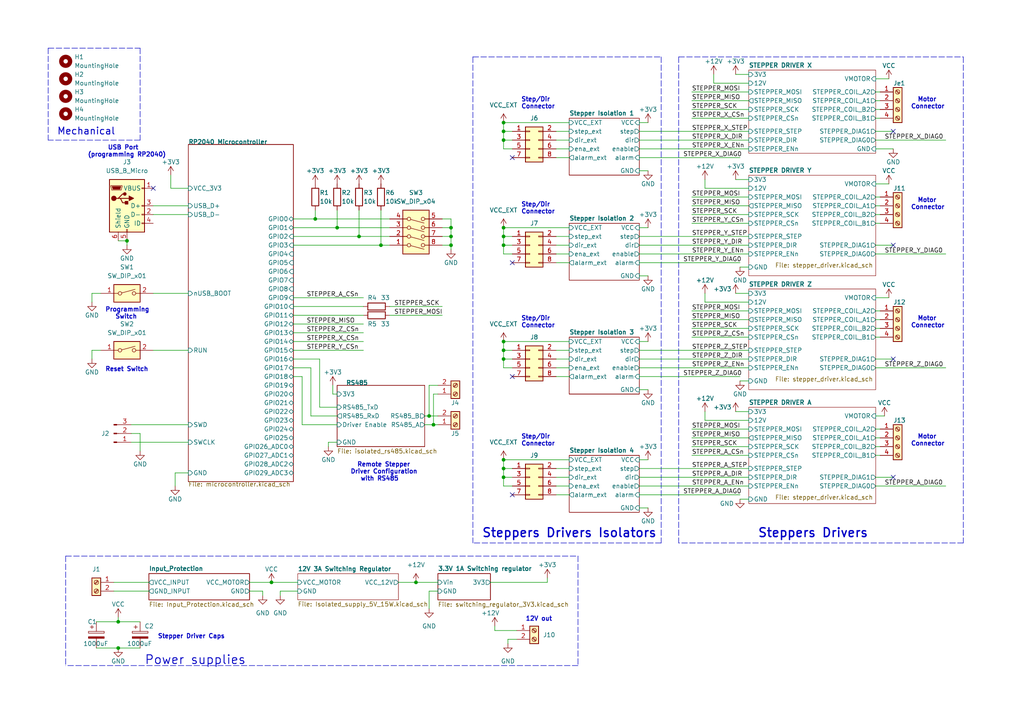
<source format=kicad_sch>
(kicad_sch (version 20211123) (generator eeschema)
  (paper "A4")
  (lib_symbols
    (symbol "Connector:Conn_01x03_Male" (pin_names (offset 1.016) hide)
      (property "Reference" "J" (at 0 5.08 0))
      (property "Value" "Conn_01x03_Male" (at 0 -5.08 0))
      (symbol "Conn_01x03_Male_1_1"
        (pin passive line (at 5.08 2.54 180) (length 3.81) (name "Pin_1") (number "1"))
        (pin passive line (at 5.08 0 180) (length 3.81) (name "Pin_2") (number "2"))
        (pin passive line (at 5.08 -2.54 180) (length 3.81) (name "Pin_3") (number "3"))
      )
    )
    (symbol "Connector:Screw_Terminal_01x02" (pin_names (offset 1.016) hide)
      (property "Reference" "J" (at 0 2.54 0))
      (property "Value" "Screw_Terminal_01x02" (at 0 -5.08 0))
      (symbol "Screw_Terminal_01x02_1_1"
        (pin passive line (at -5.08 0 0) (length 3.81) (name "Pin_1") (number "1"))
        (pin passive line (at -5.08 -2.54 0) (length 3.81) (name "Pin_2") (number "2"))
      )
    )
    (symbol "Connector:Screw_Terminal_01x04" (pin_names (offset 1.016) hide)
      (property "Reference" "J" (at 0 5.08 0))
      (property "Value" "Screw_Terminal_01x04" (at 0 -7.62 0))
      (symbol "Screw_Terminal_01x04_1_1"
        (pin passive line (at -5.08 2.54 0) (length 3.81) (name "Pin_1") (number "1"))
        (pin passive line (at -5.08 0 0) (length 3.81) (name "Pin_2") (number "2"))
        (pin passive line (at -5.08 -2.54 0) (length 3.81) (name "Pin_3") (number "3"))
        (pin passive line (at -5.08 -5.08 0) (length 3.81) (name "Pin_4") (number "4"))
      )
    )
    (symbol "Connector:USB_B_Micro" (pin_names (offset 1.016))
      (property "Reference" "J" (at -5.08 11.43 0))
      (property "Value" "USB_B_Micro" (at -5.08 8.89 0))
      (symbol "USB_B_Micro_1_1"
        (pin power_out line (at 7.62 5.08 180) (length 2.54) (name "VBUS") (number "1"))
        (pin bidirectional line (at 7.62 -2.54 180) (length 2.54) (name "D-") (number "2"))
        (pin bidirectional line (at 7.62 0 180) (length 2.54) (name "D+") (number "3"))
        (pin passive line (at 7.62 -5.08 180) (length 2.54) (name "ID") (number "4"))
        (pin power_out line (at 0 -10.16 90) (length 2.54) (name "GND") (number "5"))
        (pin passive line (at -2.54 -10.16 90) (length 2.54) (name "Shield") (number "6"))
      )
    )
    (symbol "Connector_Generic:Conn_02x04_Odd_Even" (pin_names (offset 1.016) hide)
      (property "Reference" "J" (at 1.27 5.08 0))
      (property "Value" "Conn_02x04_Odd_Even" (at 1.27 -7.62 0))
      (symbol "Conn_02x04_Odd_Even_1_1"
        (pin passive line (at -5.08 2.54 0) (length 3.81) (name "Pin_1") (number "1"))
        (pin passive line (at 7.62 2.54 180) (length 3.81) (name "Pin_2") (number "2"))
        (pin passive line (at -5.08 0 0) (length 3.81) (name "Pin_3") (number "3"))
        (pin passive line (at 7.62 0 180) (length 3.81) (name "Pin_4") (number "4"))
        (pin passive line (at -5.08 -2.54 0) (length 3.81) (name "Pin_5") (number "5"))
        (pin passive line (at 7.62 -2.54 180) (length 3.81) (name "Pin_6") (number "6"))
        (pin passive line (at -5.08 -5.08 0) (length 3.81) (name "Pin_7") (number "7"))
        (pin passive line (at 7.62 -5.08 180) (length 3.81) (name "Pin_8") (number "8"))
      )
    )
    (symbol "Device:C_Polarized" (pin_numbers hide) (pin_names (offset 0.254))
      (property "Reference" "C" (at 0.635 2.54 0))
      (property "Value" "C_Polarized" (at 0.635 -2.54 0))
      (symbol "C_Polarized_1_1"
        (pin passive line (at 0 3.81 270) (length 2.794) (name "~") (number "1"))
        (pin passive line (at 0 -3.81 90) (length 2.794) (name "~") (number "2"))
      )
    )
    (symbol "Device:R" (pin_numbers hide) (pin_names (offset 0))
      (property "Reference" "R" (at 2.032 0 90))
      (property "Value" "R" (at 0 0 90))
      (symbol "R_1_1"
        (pin passive line (at 0 3.81 270) (length 1.27) (name "~") (number "1"))
        (pin passive line (at 0 -3.81 90) (length 1.27) (name "~") (number "2"))
      )
    )
    (symbol "Mechanical:MountingHole" (pin_names (offset 1.016))
      (property "Reference" "H" (at 0 5.08 0))
      (property "Value" "MountingHole" (at 0 3.175 0))
    )
    (symbol "PersonnalSymbolLibrary:VCC_EXT" (power) (pin_names (offset 0))
      (property "Value" "VCC_EXT" (at 0 3.81 0))
      (symbol "VCC_EXT_1_1"
        (pin power_in line (at 0 0 90) (length 0) hide (name "VCC_EXT") (number "1"))
      )
    )
    (symbol "PersonnalSymbolLibrary:VCC_MOTOR" (power) (pin_names (offset 0))
      (property "Value" "VCC_MOTOR" (at 0 3.81 0))
      (symbol "VCC_MOTOR_1_1"
        (pin power_in line (at 0 0 90) (length 0) hide (name "VCC") (number "1"))
      )
    )
    (symbol "Switch:SW_DIP_x01" (pin_names (offset 0) hide)
      (property "Reference" "SW" (at 0 3.81 0))
      (property "Value" "SW_DIP_x01" (at 0 -3.81 0))
      (symbol "SW_DIP_x01_1_1"
        (pin passive line (at -7.62 0 0) (length 5.08) (name "~") (number "1"))
        (pin passive line (at 7.62 0 180) (length 5.08) (name "~") (number "2"))
      )
    )
    (symbol "Switch:SW_DIP_x04" (pin_names (offset 0) hide)
      (property "Reference" "SW" (at 0 8.89 0))
      (property "Value" "SW_DIP_x04" (at 0 -6.35 0))
      (symbol "SW_DIP_x04_1_1"
        (pin passive line (at -7.62 5.08 0) (length 5.08) (name "~") (number "1"))
        (pin passive line (at -7.62 2.54 0) (length 5.08) (name "~") (number "2"))
        (pin passive line (at -7.62 0 0) (length 5.08) (name "~") (number "3"))
        (pin passive line (at -7.62 -2.54 0) (length 5.08) (name "~") (number "4"))
        (pin passive line (at 7.62 -2.54 180) (length 5.08) (name "~") (number "5"))
        (pin passive line (at 7.62 0 180) (length 5.08) (name "~") (number "6"))
        (pin passive line (at 7.62 2.54 180) (length 5.08) (name "~") (number "7"))
        (pin passive line (at 7.62 5.08 180) (length 5.08) (name "~") (number "8"))
      )
    )
    (symbol "power:+12V" (power) (pin_names (offset 0))
      (property "Value" "+12V" (at 0 3.556 0))
      (symbol "+12V_1_1"
        (pin power_in line (at 0 0 90) (length 0) hide (name "+12V") (number "1"))
      )
    )
    (symbol "power:+3.3V" (power) (pin_names (offset 0))
      (property "Value" "+3.3V" (at 0 3.556 0))
      (symbol "+3.3V_1_1"
        (pin power_in line (at 0 0 90) (length 0) hide (name "+3V3") (number "1"))
      )
    )
    (symbol "power:+3V3" (power) (pin_names (offset 0))
      (property "Value" "+3V3" (at 0 3.556 0))
      (symbol "+3V3_1_1"
        (pin power_in line (at 0 0 90) (length 0) hide (name "+3V3") (number "1"))
      )
    )
    (symbol "power:GND" (power) (pin_names (offset 0))
      (property "Value" "GND" (at 0 -3.81 0))
      (symbol "GND_1_1"
        (pin power_in line (at 0 0 270) (length 0) hide (name "GND") (number "1"))
      )
    )
  )
  (junction (at 91.44 63.5))
  (junction (at 34.29 187.96))
  (junction (at 146.05 104.14))
  (junction (at 110.49 71.12))
  (junction (at 146.05 66.04))
  (junction (at 36.83 69.85))
  (junction (at 146.05 40.64))
  (junction (at 146.05 138.43))
  (junction (at 146.05 133.35))
  (junction (at 124.46 120.65))
  (junction (at 146.05 35.56))
  (junction (at 146.05 135.89))
  (junction (at 146.05 99.06))
  (junction (at 120.65 168.91))
  (junction (at 78.74 168.91))
  (junction (at 146.05 71.12))
  (junction (at 34.29 180.34))
  (junction (at 146.05 68.58))
  (junction (at 125.73 123.19))
  (junction (at 130.81 71.12))
  (junction (at 146.05 38.1))
  (junction (at 130.81 68.58))
  (junction (at 104.14 68.58))
  (junction (at 130.81 66.04))
  (junction (at 146.05 101.6))
  (junction (at 97.79 66.04))
  (no_connect (at 259.08 104.14))
  (no_connect (at 44.45 54.61))
  (no_connect (at 259.08 138.43))
  (no_connect (at 259.08 38.1))
  (no_connect (at 148.59 143.51))
  (no_connect (at 148.59 76.2))
  (no_connect (at 148.59 109.22))
  (no_connect (at 148.59 45.72))
  (no_connect (at 259.08 71.12))
  (wire (pts (xy 185.42 38.1) (xy 217.17 38.1)))
  (wire (pts (xy 97.79 114.3) (xy 96.52 114.3)))
  (wire (pts (xy 204.47 119.38) (xy 204.47 121.92)))
  (wire (pts (xy 254 95.25) (xy 255.27 95.25)))
  (wire (pts (xy 254 31.75) (xy 255.27 31.75)))
  (wire (pts (xy 34.29 187.96) (xy 40.64 187.96)))
  (wire (pts (xy 97.79 60.96) (xy 97.79 66.04)))
  (wire (pts (xy 185.42 138.43) (xy 217.17 138.43)))
  (wire (pts (xy 146.05 73.66) (xy 148.59 73.66)))
  (wire (pts (xy 254 86.36) (xy 257.81 86.36)))
  (wire (pts (xy 142.24 168.91) (xy 158.75 168.91)))
  (wire (pts (xy 127 171.45) (xy 124.46 171.45)))
  (wire (pts (xy 128.27 66.04) (xy 130.81 66.04)))
  (wire (pts (xy 254 92.71) (xy 255.27 92.71)))
  (wire (pts (xy 204.47 121.92) (xy 217.17 121.92)))
  (polyline (pts (xy 40.64 40.64) (xy 13.97 40.64)))
  (wire (pts (xy 254 22.86) (xy 257.81 22.86)))
  (polyline (pts (xy 40.64 13.97) (xy 40.64 40.64)))
  (wire (pts (xy 185.42 35.56) (xy 187.96 35.56)))
  (polyline (pts (xy 137.16 16.51) (xy 137.16 157.48)))
  (wire (pts (xy 146.05 71.12) (xy 146.05 73.66)))
  (wire (pts (xy 185.42 133.35) (xy 187.96 133.35)))
  (polyline (pts (xy 191.77 16.51) (xy 191.77 157.48)))
  (wire (pts (xy 29.21 101.6) (xy 26.67 101.6)))
  (wire (pts (xy 204.47 85.09) (xy 204.47 87.63)))
  (wire (pts (xy 185.42 99.06) (xy 187.96 99.06)))
  (wire (pts (xy 34.29 180.34) (xy 34.29 179.07)))
  (wire (pts (xy 130.81 68.58) (xy 130.81 71.12)))
  (wire (pts (xy 146.05 40.64) (xy 148.59 40.64)))
  (wire (pts (xy 217.17 119.38) (xy 213.36 119.38)))
  (wire (pts (xy 200.66 97.79) (xy 217.17 97.79)))
  (wire (pts (xy 44.45 101.6) (xy 54.61 101.6)))
  (wire (pts (xy 254 71.12) (xy 259.08 71.12)))
  (wire (pts (xy 125.73 123.19) (xy 127 123.19)))
  (wire (pts (xy 91.44 63.5) (xy 113.03 63.5)))
  (polyline (pts (xy 19.05 161.29) (xy 19.05 193.04)))
  (polyline (pts (xy 191.77 157.48) (xy 137.16 157.48)))
  (wire (pts (xy 85.09 86.36) (xy 105.41 86.36)))
  (wire (pts (xy 130.81 71.12) (xy 130.81 72.39)))
  (wire (pts (xy 115.57 168.91) (xy 120.65 168.91)))
  (wire (pts (xy 146.05 38.1) (xy 146.05 40.64)))
  (wire (pts (xy 200.66 34.29) (xy 217.17 34.29)))
  (wire (pts (xy 36.83 69.85) (xy 36.83 71.12)))
  (wire (pts (xy 120.65 168.91) (xy 127 168.91)))
  (wire (pts (xy 200.66 90.17) (xy 217.17 90.17)))
  (wire (pts (xy 254 138.43) (xy 259.08 138.43)))
  (wire (pts (xy 254 104.14) (xy 259.08 104.14)))
  (wire (pts (xy 38.1 128.27) (xy 54.61 128.27)))
  (wire (pts (xy 185.42 113.03) (xy 187.96 113.03)))
  (polyline (pts (xy 167.64 161.29) (xy 167.64 193.04)))
  (polyline (pts (xy 167.64 193.04) (xy 19.05 193.04)))
  (wire (pts (xy 185.42 80.01) (xy 187.96 80.01)))
  (wire (pts (xy 254 129.54) (xy 255.27 129.54)))
  (wire (pts (xy 85.09 88.9) (xy 105.41 88.9)))
  (wire (pts (xy 185.42 66.04) (xy 187.96 66.04)))
  (wire (pts (xy 146.05 138.43) (xy 146.05 140.97)))
  (wire (pts (xy 127 111.76) (xy 124.46 111.76)))
  (wire (pts (xy 87.63 123.19) (xy 97.79 123.19)))
  (wire (pts (xy 161.29 40.64) (xy 165.1 40.64)))
  (wire (pts (xy 254 64.77) (xy 255.27 64.77)))
  (wire (pts (xy 123.19 120.65) (xy 124.46 120.65)))
  (wire (pts (xy 146.05 99.06) (xy 146.05 101.6)))
  (wire (pts (xy 87.63 109.22) (xy 87.63 123.19)))
  (wire (pts (xy 146.05 68.58) (xy 146.05 71.12)))
  (wire (pts (xy 110.49 60.96) (xy 110.49 71.12)))
  (wire (pts (xy 95.25 128.27) (xy 95.25 129.54)))
  (wire (pts (xy 185.42 147.32) (xy 187.96 147.32)))
  (wire (pts (xy 85.09 93.98) (xy 105.41 93.98)))
  (wire (pts (xy 125.73 114.3) (xy 125.73 123.19)))
  (wire (pts (xy 54.61 54.61) (xy 49.53 54.61)))
  (wire (pts (xy 54.61 137.16) (xy 50.8 137.16)))
  (wire (pts (xy 146.05 135.89) (xy 146.05 138.43)))
  (wire (pts (xy 97.79 128.27) (xy 95.25 128.27)))
  (wire (pts (xy 185.42 73.66) (xy 217.17 73.66)))
  (wire (pts (xy 254 90.17) (xy 255.27 90.17)))
  (wire (pts (xy 130.81 63.5) (xy 130.81 66.04)))
  (wire (pts (xy 254 97.79) (xy 255.27 97.79)))
  (wire (pts (xy 85.09 96.52) (xy 105.41 96.52)))
  (wire (pts (xy 146.05 99.06) (xy 165.1 99.06)))
  (wire (pts (xy 128.27 63.5) (xy 130.81 63.5)))
  (wire (pts (xy 254 29.21) (xy 255.27 29.21)))
  (wire (pts (xy 161.29 106.68) (xy 165.1 106.68)))
  (wire (pts (xy 104.14 60.96) (xy 104.14 68.58)))
  (wire (pts (xy 200.66 59.69) (xy 217.17 59.69)))
  (wire (pts (xy 161.29 135.89) (xy 165.1 135.89)))
  (wire (pts (xy 128.27 68.58) (xy 130.81 68.58)))
  (wire (pts (xy 92.71 118.11) (xy 97.79 118.11)))
  (wire (pts (xy 161.29 76.2) (xy 165.1 76.2)))
  (wire (pts (xy 96.52 114.3) (xy 96.52 111.76)))
  (wire (pts (xy 146.05 66.04) (xy 165.1 66.04)))
  (wire (pts (xy 254 106.68) (xy 274.32 106.68)))
  (wire (pts (xy 185.42 43.18) (xy 217.17 43.18)))
  (wire (pts (xy 147.32 185.42) (xy 149.86 185.42)))
  (wire (pts (xy 161.29 43.18) (xy 165.1 43.18)))
  (wire (pts (xy 44.45 59.69) (xy 54.61 59.69)))
  (wire (pts (xy 85.09 99.06) (xy 105.41 99.06)))
  (wire (pts (xy 124.46 120.65) (xy 127 120.65)))
  (wire (pts (xy 254 62.23) (xy 255.27 62.23)))
  (polyline (pts (xy 196.85 16.51) (xy 279.4 16.51)))
  (wire (pts (xy 143.51 182.88) (xy 143.51 181.61)))
  (wire (pts (xy 254 132.08) (xy 255.27 132.08)))
  (wire (pts (xy 161.29 38.1) (xy 165.1 38.1)))
  (wire (pts (xy 214.63 144.78) (xy 217.17 144.78)))
  (wire (pts (xy 146.05 35.56) (xy 165.1 35.56)))
  (wire (pts (xy 85.09 68.58) (xy 104.14 68.58)))
  (wire (pts (xy 85.09 104.14) (xy 92.71 104.14)))
  (wire (pts (xy 254 127) (xy 255.27 127)))
  (wire (pts (xy 185.42 40.64) (xy 217.17 40.64)))
  (wire (pts (xy 34.29 69.85) (xy 36.83 69.85)))
  (wire (pts (xy 33.02 168.91) (xy 43.18 168.91)))
  (wire (pts (xy 146.05 104.14) (xy 146.05 106.68)))
  (wire (pts (xy 161.29 138.43) (xy 165.1 138.43)))
  (wire (pts (xy 44.45 85.09) (xy 54.61 85.09)))
  (wire (pts (xy 161.29 140.97) (xy 165.1 140.97)))
  (wire (pts (xy 185.42 140.97) (xy 217.17 140.97)))
  (wire (pts (xy 161.29 143.51) (xy 165.1 143.51)))
  (wire (pts (xy 146.05 133.35) (xy 165.1 133.35)))
  (wire (pts (xy 97.79 66.04) (xy 113.03 66.04)))
  (wire (pts (xy 200.66 92.71) (xy 217.17 92.71)))
  (wire (pts (xy 200.66 29.21) (xy 217.17 29.21)))
  (wire (pts (xy 161.29 45.72) (xy 165.1 45.72)))
  (wire (pts (xy 85.09 66.04) (xy 97.79 66.04)))
  (wire (pts (xy 146.05 68.58) (xy 148.59 68.58)))
  (wire (pts (xy 27.94 180.34) (xy 34.29 180.34)))
  (wire (pts (xy 146.05 66.04) (xy 146.05 68.58)))
  (wire (pts (xy 123.19 123.19) (xy 125.73 123.19)))
  (wire (pts (xy 110.49 71.12) (xy 113.03 71.12)))
  (wire (pts (xy 200.66 95.25) (xy 217.17 95.25)))
  (wire (pts (xy 185.42 45.72) (xy 214.63 45.72)))
  (polyline (pts (xy 13.97 13.97) (xy 40.64 13.97)))
  (wire (pts (xy 254 26.67) (xy 255.27 26.67)))
  (wire (pts (xy 185.42 104.14) (xy 217.17 104.14)))
  (wire (pts (xy 254 34.29) (xy 255.27 34.29)))
  (polyline (pts (xy 279.4 157.48) (xy 196.85 157.48)))
  (wire (pts (xy 161.29 71.12) (xy 165.1 71.12)))
  (wire (pts (xy 81.28 171.45) (xy 81.28 172.72)))
  (wire (pts (xy 86.36 171.45) (xy 81.28 171.45)))
  (wire (pts (xy 185.42 49.53) (xy 187.96 49.53)))
  (wire (pts (xy 254 43.18) (xy 259.08 43.18)))
  (wire (pts (xy 50.8 137.16) (xy 50.8 140.97)))
  (wire (pts (xy 200.66 26.67) (xy 217.17 26.67)))
  (wire (pts (xy 254 59.69) (xy 255.27 59.69)))
  (wire (pts (xy 204.47 52.07) (xy 204.47 54.61)))
  (wire (pts (xy 49.53 54.61) (xy 49.53 50.8)))
  (wire (pts (xy 254 53.34) (xy 257.81 53.34)))
  (wire (pts (xy 200.66 31.75) (xy 217.17 31.75)))
  (wire (pts (xy 200.66 124.46) (xy 217.17 124.46)))
  (wire (pts (xy 146.05 38.1) (xy 148.59 38.1)))
  (wire (pts (xy 72.39 168.91) (xy 78.74 168.91)))
  (wire (pts (xy 78.74 168.91) (xy 86.36 168.91)))
  (wire (pts (xy 185.42 135.89) (xy 217.17 135.89)))
  (wire (pts (xy 85.09 91.44) (xy 105.41 91.44)))
  (wire (pts (xy 85.09 106.68) (xy 90.17 106.68)))
  (wire (pts (xy 204.47 54.61) (xy 217.17 54.61)))
  (polyline (pts (xy 13.97 13.97) (xy 13.97 40.64)))
  (wire (pts (xy 254 120.65) (xy 256.54 120.65)))
  (polyline (pts (xy 196.85 16.51) (xy 196.85 157.48)))
  (wire (pts (xy 85.09 109.22) (xy 87.63 109.22)))
  (wire (pts (xy 200.66 57.15) (xy 217.17 57.15)))
  (wire (pts (xy 217.17 24.13) (xy 207.01 24.13)))
  (wire (pts (xy 85.09 63.5) (xy 91.44 63.5)))
  (wire (pts (xy 161.29 68.58) (xy 165.1 68.58)))
  (wire (pts (xy 113.03 91.44) (xy 128.27 91.44)))
  (wire (pts (xy 161.29 73.66) (xy 165.1 73.66)))
  (wire (pts (xy 38.1 123.19) (xy 54.61 123.19)))
  (wire (pts (xy 27.94 187.96) (xy 34.29 187.96)))
  (wire (pts (xy 254 140.97) (xy 274.32 140.97)))
  (wire (pts (xy 254 73.66) (xy 274.32 73.66)))
  (wire (pts (xy 92.71 104.14) (xy 92.71 118.11)))
  (wire (pts (xy 40.64 180.34) (xy 34.29 180.34)))
  (wire (pts (xy 44.45 62.23) (xy 54.61 62.23)))
  (wire (pts (xy 26.67 85.09) (xy 26.67 87.63)))
  (wire (pts (xy 254 124.46) (xy 255.27 124.46)))
  (wire (pts (xy 200.66 62.23) (xy 217.17 62.23)))
  (wire (pts (xy 127 114.3) (xy 125.73 114.3)))
  (wire (pts (xy 146.05 140.97) (xy 148.59 140.97)))
  (wire (pts (xy 254 38.1) (xy 259.08 38.1)))
  (wire (pts (xy 124.46 111.76) (xy 124.46 120.65)))
  (wire (pts (xy 200.66 129.54) (xy 217.17 129.54)))
  (wire (pts (xy 128.27 71.12) (xy 130.81 71.12)))
  (wire (pts (xy 146.05 106.68) (xy 148.59 106.68)))
  (wire (pts (xy 185.42 143.51) (xy 214.63 143.51)))
  (wire (pts (xy 91.44 60.96) (xy 91.44 63.5)))
  (wire (pts (xy 149.86 182.88) (xy 143.51 182.88)))
  (wire (pts (xy 146.05 138.43) (xy 148.59 138.43)))
  (wire (pts (xy 217.17 21.59) (xy 213.36 21.59)))
  (wire (pts (xy 124.46 171.45) (xy 124.46 176.53)))
  (wire (pts (xy 33.02 171.45) (xy 43.18 171.45)))
  (wire (pts (xy 147.32 186.69) (xy 147.32 185.42)))
  (wire (pts (xy 85.09 101.6) (xy 105.41 101.6)))
  (wire (pts (xy 113.03 88.9) (xy 128.27 88.9)))
  (wire (pts (xy 40.64 125.73) (xy 40.64 130.81)))
  (wire (pts (xy 146.05 35.56) (xy 146.05 38.1)))
  (wire (pts (xy 72.39 171.45) (xy 76.2 171.45)))
  (wire (pts (xy 38.1 125.73) (xy 40.64 125.73)))
  (wire (pts (xy 90.17 120.65) (xy 97.79 120.65)))
  (wire (pts (xy 185.42 101.6) (xy 217.17 101.6)))
  (wire (pts (xy 200.66 132.08) (xy 217.17 132.08)))
  (wire (pts (xy 185.42 71.12) (xy 217.17 71.12)))
  (polyline (pts (xy 137.16 16.51) (xy 191.77 16.51)))
  (polyline (pts (xy 19.05 161.29) (xy 167.64 161.29)))
  (wire (pts (xy 185.42 109.22) (xy 214.63 109.22)))
  (wire (pts (xy 146.05 43.18) (xy 148.59 43.18)))
  (wire (pts (xy 104.14 68.58) (xy 113.03 68.58)))
  (wire (pts (xy 158.75 167.64) (xy 158.75 168.91)))
  (wire (pts (xy 185.42 68.58) (xy 217.17 68.58)))
  (wire (pts (xy 185.42 76.2) (xy 214.63 76.2)))
  (wire (pts (xy 146.05 133.35) (xy 146.05 135.89)))
  (wire (pts (xy 146.05 101.6) (xy 148.59 101.6)))
  (wire (pts (xy 213.36 85.09) (xy 217.17 85.09)))
  (wire (pts (xy 204.47 87.63) (xy 217.17 87.63)))
  (wire (pts (xy 85.09 71.12) (xy 110.49 71.12)))
  (wire (pts (xy 146.05 71.12) (xy 148.59 71.12)))
  (wire (pts (xy 185.42 106.68) (xy 217.17 106.68)))
  (polyline (pts (xy 279.4 16.51) (xy 279.4 157.48)))
  (wire (pts (xy 146.05 135.89) (xy 148.59 135.89)))
  (wire (pts (xy 254 40.64) (xy 274.32 40.64)))
  (wire (pts (xy 214.63 77.47) (xy 217.17 77.47)))
  (wire (pts (xy 90.17 106.68) (xy 90.17 120.65)))
  (wire (pts (xy 146.05 101.6) (xy 146.05 104.14)))
  (wire (pts (xy 161.29 101.6) (xy 165.1 101.6)))
  (wire (pts (xy 26.67 101.6) (xy 26.67 104.14)))
  (wire (pts (xy 200.66 127) (xy 217.17 127)))
  (wire (pts (xy 217.17 52.07) (xy 213.36 52.07)))
  (wire (pts (xy 146.05 104.14) (xy 148.59 104.14)))
  (wire (pts (xy 254 57.15) (xy 255.27 57.15)))
  (wire (pts (xy 76.2 171.45) (xy 76.2 172.72)))
  (wire (pts (xy 200.66 64.77) (xy 217.17 64.77)))
  (wire (pts (xy 146.05 40.64) (xy 146.05 43.18)))
  (wire (pts (xy 207.01 21.59) (xy 207.01 24.13)))
  (wire (pts (xy 161.29 109.22) (xy 165.1 109.22)))
  (wire (pts (xy 161.29 104.14) (xy 165.1 104.14)))
  (wire (pts (xy 130.81 66.04) (xy 130.81 68.58)))
  (wire (pts (xy 29.21 85.09) (xy 26.67 85.09)))
  (wire (pts (xy 214.63 110.49) (xy 217.17 110.49)))
  (text "Step/Dir\nConnector" (at 151.13 95.25 0) (effects (font (size 1.27 1.27) bold) (justify left bottom)))
  (text "  Motor\nConnector" (at 264.16 95.25 0) (effects (font (size 1.27 1.27) bold) (justify left bottom)))
  (text "  Remote Stepper \nDriver Configuration\n   with RS485" (at 101.6 139.7 0) (effects (font (size 1.27 1.27) bold) (justify left bottom)))
  (text "  Motor\nConnector" (at 264.16 129.54 0) (effects (font (size 1.27 1.27) bold) (justify left bottom)))
  (text "Steppers Drivers Isolators" (at 139.7 156.21 0) (effects (font (size 2.56 2.56) (thickness 0.4) bold) (justify left bottom)))
  (text "Mechanical" (at 16.51 39.37 0) (effects (font (size 2 2) (thickness 0.254) bold) (justify left bottom)))
  (text "  Motor\nConnector" (at 264.16 31.75 0) (effects (font (size 1.27 1.27) bold) (justify left bottom)))
  (text "Step/Dir\nConnector" (at 151.13 62.23 0) (effects (font (size 1.27 1.27) bold) (justify left bottom)))
  (text "Step/Dir\nConnector" (at 151.13 31.75 0) (effects (font (size 1.27 1.27) bold) (justify left bottom)))
  (text "12V out" (at 152.4 180.34 0) (effects (font (size 1.27 1.27) (thickness 0.254) bold) (justify left bottom)))
  (text "Programming\n   Switch" (at 30.48 92.71 0) (effects (font (size 1.27 1.27) bold) (justify left bottom)))
  (text "Stepper Driver Caps" (at 45.72 185.42 0) (effects (font (size 1.27 1.27) (thickness 0.254) bold) (justify left bottom)))
  (text "  Motor\nConnector" (at 264.16 60.96 0) (effects (font (size 1.27 1.27) bold) (justify left bottom)))
  (text "Step/Dir\nConnector" (at 151.13 129.54 0) (effects (font (size 1.27 1.27) bold) (justify left bottom)))
  (text "Power supplies" (at 41.91 193.04 0) (effects (font (size 2.56 2.56) (thickness 0.254) bold) (justify left bottom)))
  (text "Steppers Drivers\n" (at 219.71 156.21 0) (effects (font (size 2.56 2.56) (thickness 0.4) bold) (justify left bottom)))
  (text "Reset Switch" (at 30.48 107.95 0) (effects (font (size 1.27 1.27) bold) (justify left bottom)))
  (text "      USB Port\n(programming RP2040)" (at 25.4 45.72 0) (effects (font (size 1.27 1.27) bold) (justify left bottom)))
  (label "STEPPER_A_STEP" (at 200.66 135.89 0))
  (label "STEPPER_X_DIR" (at 200.66 40.64 0))
  (label "STEPPER_MOSI" (at 200.66 90.17 0))
  (label "STEPPER_A_DIR" (at 200.66 138.43 0))
  (label "STEPPER_MOSI" (at 200.66 57.15 0))
  (label "STEPPER_MISO" (at 200.66 92.71 0))
  (label "STEPPER_Z_STEP" (at 200.66 101.6 0))
  (label "STEPPER_SCK" (at 200.66 62.23 0))
  (label "STEPPER_X_STEP" (at 200.66 38.1 0))
  (label "STEPPER_X_DIAG0" (at 256.54 40.64 0))
  (label "STEPPER_SCK" (at 200.66 31.75 0))
  (label "STEPPER_SCK" (at 200.66 129.54 0))
  (label "STEPPER_MOSI" (at 200.66 124.46 0))
  (label "STEPPER_Z_DIAG0" (at 198.12 109.22 0))
  (label "STEPPER_X_CSn" (at 88.9 99.06 0))
  (label "STEPPER_A_ENn" (at 200.66 140.97 0))
  (label "STEPPER_A_CSn" (at 88.9 86.36 0))
  (label "STEPPER_X_ENn" (at 200.66 43.18 0))
  (label "STEPPER_MISO" (at 200.66 59.69 0))
  (label "STEPPER_A_CSn" (at 200.66 132.08 0))
  (label "STEPPER_MOSI" (at 114.3 91.44 0))
  (label "STEPPER_Z_DIR" (at 200.66 104.14 0))
  (label "STEPPER_Z_DIAG0" (at 256.54 106.68 0))
  (label "STEPPER_Y_ENn" (at 200.66 73.66 0))
  (label "STEPPER_Y_STEP" (at 200.66 68.58 0))
  (label "STEPPER_A_DIAG0" (at 256.54 140.97 0))
  (label "STEPPER_SCK" (at 114.3 88.9 0))
  (label "STEPPER_MISO" (at 88.9 93.98 0))
  (label "STEPPER_MOSI" (at 200.66 26.67 0))
  (label "STEPPER_Y_DIR" (at 200.66 71.12 0))
  (label "STEPPER_Y_CSn" (at 200.66 64.77 0))
  (label "STEPPER_Z_CSn" (at 88.9 96.52 0))
  (label "STEPPER_Y_DIAG0" (at 256.54 73.66 0))
  (label "STEPPER_Y_DIAG0" (at 198.12 76.2 0))
  (label "STEPPER_SCK" (at 200.66 95.25 0))
  (label "STEPPER_MISO" (at 200.66 29.21 0))
  (label "STEPPER_A_DIAG0" (at 198.12 143.51 0))
  (label "STEPPER_Z_ENn" (at 200.66 106.68 0))
  (label "STEPPER_MISO" (at 200.66 127 0))
  (label "STEPPER_Z_CSn" (at 200.66 97.79 0))
  (label "STEPPER_Y_CSn" (at 88.9 101.6 0))
  (label "STEPPER_X_DIAG0" (at 198.12 45.72 0))
  (label "STEPPER_X_CSn" (at 200.66 34.29 0))
  (symbol (lib_id "power:GND") (at 95.25 129.54 0) (unit 1)
    (property "Reference" "#PWR013" (effects hide))
    (property "Value" "GND" (at 95.25 133.35 0))
  )
  (symbol (lib_id "Connector_Generic:Conn_02x04_Odd_Even") (at 153.67 138.43 0) (unit 1)
    (property "Reference" "J9" (at 154.94 132.08 0))
    (property "Value" "Conn_02x04_Odd_Even" (effects hide))
    (property "Footprint" "Connector_IDC:IDC-Header_2x04_P2.54mm_Vertical" (effects hide))
    (property "LCSC" "C9135" (effects hide))
  )
  (symbol (lib_id "PersonnalSymbolLibrary:VCC_EXT") (at 146.05 35.56 0) (unit 1)
    (property "Reference" "#PWR022" (effects hide))
    (property "Value" "VCC_EXT" (at 146.05 30.48 0))
  )
  (symbol (lib_id "power:+12V") (at 204.47 85.09 0) (unit 1)
    (property "Reference" "#PWR037" (effects hide))
    (property "Value" "+12V" (at 204.47 81.28 0))
  )
  (symbol (lib_id "Mechanical:MountingHole") (at 19.05 22.86 0) (unit 1)
    (property "Reference" "H2" (at 21.59 21.5899 0) (effects (justify left)))
    (property "Value" "MountingHole" (at 21.59 24.1299 0) (effects (justify left)))
    (property "Footprint" "MountingHole:MountingHole_3.2mm_M3_ISO7380" (effects hide))
  )
  (symbol (lib_id "power:GND") (at 130.81 72.39 0) (unit 1)
    (property "Reference" "#PWR020" (effects hide))
    (property "Value" "GND" (at 130.81 76.2 0))
  )
  (symbol (lib_id "PersonnalSymbolLibrary:VCC_MOTOR") (at 256.54 120.65 0) (unit 1)
    (property "Reference" "#PWR047" (effects hide))
    (property "Value" "VCC_MOTOR" (at 256.54 116.84 0))
  )
  (symbol (lib_id "Connector:Screw_Terminal_01x04") (at 260.35 127 0) (unit 1)
    (property "Reference" "J13" (at 259.08 121.92 0) (effects (justify left)))
    (property "Value" "Screw_Terminal_01x04" (effects hide))
    (property "Footprint" "Connector_Phoenix_MC:PhoenixContact_MC_1,5_4-G-3.81_1x04_P3.81mm_Horizontal" (effects hide))
    (property "LCSC" "C7245" (effects hide))
  )
  (symbol (lib_id "power:GND") (at 40.64 130.81 0) (unit 1)
    (property "Reference" "#PWR06" (effects hide))
    (property "Value" "GND" (at 40.64 134.62 0))
  )
  (symbol (lib_id "power:GND") (at 214.63 110.49 0) (unit 1)
    (property "Reference" "#PWR045" (effects hide))
    (property "Value" "GND" (at 214.63 114.3 0))
  )
  (symbol (lib_id "Mechanical:MountingHole") (at 19.05 17.78 0) (unit 1)
    (property "Reference" "H1" (at 21.59 16.5099 0) (effects (justify left)))
    (property "Value" "MountingHole" (at 21.59 19.0499 0) (effects (justify left)))
    (property "Footprint" "MountingHole:MountingHole_3.2mm_M3_ISO7380" (effects hide))
  )
  (symbol (lib_id "power:+3.3V") (at 97.79 53.34 0) (unit 1)
    (property "Reference" "#PWR015" (effects hide))
    (property "Value" "+3.3V" (at 97.79 49.53 0))
  )
  (symbol (lib_id "power:GND") (at 214.63 144.78 0) (unit 1)
    (property "Reference" "#PWR046" (effects hide))
    (property "Value" "GND" (at 210.82 146.05 0))
  )
  (symbol (lib_id "Device:R") (at 104.14 57.15 0) (unit 1)
    (property "Reference" "R3" (at 105.41 55.88 0) (effects (justify left)))
    (property "Value" "10k" (at 105.41 58.42 0) (effects (justify left)))
    (property "Footprint" "Resistor_SMD:R_0402_1005Metric" (effects hide))
    (property "LCSC" "C25744" (effects hide))
  )
  (symbol (lib_id "power:GND") (at 187.96 49.53 0) (unit 1)
    (property "Reference" "#PWR029" (effects hide))
    (property "Value" "GND" (at 187.96 53.34 0))
  )
  (symbol (lib_id "power:+12V") (at 207.01 21.59 0) (unit 1)
    (property "Reference" "#PWR039" (effects hide))
    (property "Value" "+12V" (at 207.01 17.78 0))
  )
  (symbol (lib_id "power:+3V3") (at 213.36 85.09 0) (mirror y) (unit 1)
    (property "Reference" "#PWR042" (effects hide))
    (property "Value" "+3V3" (at 209.55 83.82 0))
  )
  (symbol (lib_id "PersonnalSymbolLibrary:VCC_MOTOR") (at 78.74 168.91 0) (unit 1)
    (property "Reference" "#PWR010" (effects hide))
    (property "Value" "VCC_MOTOR" (at 78.74 165.1 0))
  )
  (symbol (lib_id "power:+3.3V") (at 187.96 99.06 0) (unit 1)
    (property "Reference" "#PWR032" (effects hide))
    (property "Value" "+3.3V" (at 187.96 95.25 0))
  )
  (symbol (lib_id "Switch:SW_DIP_x04") (at 120.65 66.04 0) (mirror x) (unit 1)
    (property "Reference" "SW3" (at 120.65 55.88 0))
    (property "Value" "SW_DIP_x04" (at 120.65 58.42 0))
    (property "Footprint" "QuarkCncQuadDriver:SW_DIP_SPSTx04_Slide_XKB_DSHP04TS-S_W6.35mm_P1.27mm" (effects hide))
    (property "LCSC" "C319050" (effects hide))
  )
  (symbol (lib_id "power:GND") (at 124.46 176.53 0) (unit 1)
    (property "Reference" "#PWR019" (effects hide))
    (property "Value" "GND" (at 124.46 181.61 0))
  )
  (symbol (lib_id "power:+3.3V") (at 110.49 53.34 0) (unit 1)
    (property "Reference" "#PWR017" (effects hide))
    (property "Value" "+3.3V" (at 110.49 49.53 0))
  )
  (symbol (lib_id "power:GND") (at 187.96 147.32 0) (unit 1)
    (property "Reference" "#PWR035" (effects hide))
    (property "Value" "GND" (at 187.96 151.13 0))
  )
  (symbol (lib_id "power:GND") (at 50.8 140.97 0) (unit 1)
    (property "Reference" "#PWR08" (effects hide))
    (property "Value" "GND" (at 50.8 144.78 0))
  )
  (symbol (lib_id "power:+3.3V") (at 187.96 66.04 0) (unit 1)
    (property "Reference" "#PWR030" (effects hide))
    (property "Value" "+3.3V" (at 187.96 62.23 0))
  )
  (symbol (lib_id "Switch:SW_DIP_x01") (at 36.83 101.6 0) (unit 1)
    (property "Reference" "SW2" (at 36.83 93.98 0))
    (property "Value" "SW_DIP_x01" (at 36.83 96.52 0))
    (property "Footprint" "QuarkCncQuadDriver:TS-1187A-B-A-B" (effects hide))
    (property "LCSC" "C318884" (effects hide))
  )
  (symbol (lib_id "Connector_Generic:Conn_02x04_Odd_Even") (at 153.67 40.64 0) (unit 1)
    (property "Reference" "J6" (at 154.94 34.29 0))
    (property "Value" "Conn_02x04_Odd_Even" (effects hide))
    (property "Footprint" "Connector_IDC:IDC-Header_2x04_P2.54mm_Vertical" (effects hide))
    (property "LCSC" "C9135" (effects hide))
  )
  (symbol (lib_id "power:GND") (at 76.2 172.72 0) (unit 1)
    (property "Reference" "#PWR09" (effects hide))
    (property "Value" "GND" (at 76.2 177.8 0))
  )
  (symbol (lib_id "Device:R") (at 109.22 88.9 270) (unit 1)
    (property "Reference" "R4" (at 107.95 86.36 90))
    (property "Value" "33" (at 111.76 86.36 90))
    (property "Footprint" "Resistor_SMD:R_0402_1005Metric" (effects hide))
    (property "LCSC" "C25105" (effects hide))
  )
  (symbol (lib_id "PersonnalSymbolLibrary:VCC_MOTOR") (at 257.81 22.86 0) (unit 1)
    (property "Reference" "#PWR048" (effects hide))
    (property "Value" "VCC_MOTOR" (at 257.81 19.05 0))
  )
  (symbol (lib_id "power:+3.3V") (at 187.96 133.35 0) (unit 1)
    (property "Reference" "#PWR034" (effects hide))
    (property "Value" "+3.3V" (at 187.96 129.54 0))
  )
  (symbol (lib_id "Connector:Conn_01x03_Male") (at 33.02 125.73 0) (mirror x) (unit 1)
    (property "Reference" "J2" (at 31.75 125.7299 0) (effects (justify right)))
    (property "Value" "Conn_01x03_Male" (effects hide))
    (property "Footprint" "Connector_PinHeader_2.54mm:PinHeader_1x03_P2.54mm_Vertical" (effects hide))
  )
  (symbol (lib_id "PersonnalSymbolLibrary:VCC_MOTOR") (at 34.29 179.07 0) (unit 1)
    (property "Reference" "#PWR03" (effects hide))
    (property "Value" "VCC_MOTOR" (at 34.29 175.26 0))
  )
  (symbol (lib_id "power:+3.3V") (at 49.53 50.8 0) (unit 1)
    (property "Reference" "#PWR07" (effects hide))
    (property "Value" "+3.3V" (at 49.53 46.99 0))
  )
  (symbol (lib_id "power:+3.3V") (at 91.44 53.34 0) (unit 1)
    (property "Reference" "#PWR012" (effects hide))
    (property "Value" "+3.3V" (at 91.44 49.53 0))
  )
  (symbol (lib_id "PersonnalSymbolLibrary:VCC_EXT") (at 146.05 99.06 0) (unit 1)
    (property "Reference" "#PWR024" (effects hide))
    (property "Value" "VCC_EXT" (at 146.05 93.98 0))
  )
  (symbol (lib_id "PersonnalSymbolLibrary:VCC_EXT") (at 146.05 66.04 0) (unit 1)
    (property "Reference" "#PWR023" (effects hide))
    (property "Value" "VCC_EXT" (at 146.05 60.96 0))
  )
  (symbol (lib_id "power:GND") (at 36.83 71.12 0) (unit 1)
    (property "Reference" "#PWR05" (effects hide))
    (property "Value" "GND" (at 36.83 74.93 0))
  )
  (symbol (lib_id "PersonnalSymbolLibrary:VCC_EXT") (at 146.05 133.35 0) (unit 1)
    (property "Reference" "#PWR025" (effects hide))
    (property "Value" "VCC_EXT" (at 146.05 128.27 0))
  )
  (symbol (lib_id "Connector:USB_B_Micro") (at 36.83 59.69 0) (unit 1)
    (property "Reference" "J3" (at 36.83 46.99 0))
    (property "Value" "USB_B_Micro" (at 36.83 49.53 0))
    (property "Footprint" "Connector_USB:USB_Micro-B_Amphenol_10118194_Horizontal" (effects hide))
    (property "LCSC" "C132563" (effects hide))
  )
  (symbol (lib_id "power:+3.3V") (at 158.75 167.64 0) (unit 1)
    (property "Reference" "#PWR027" (effects hide))
    (property "Value" "+3.3V" (at 158.75 163.83 0))
  )
  (symbol (lib_id "PersonnalSymbolLibrary:VCC_MOTOR") (at 257.81 86.36 0) (unit 1)
    (property "Reference" "#PWR050" (effects hide))
    (property "Value" "VCC_MOTOR" (at 257.81 82.55 0))
  )
  (symbol (lib_id "Device:R") (at 110.49 57.15 0) (unit 1)
    (property "Reference" "R6" (at 111.76 55.88 0) (effects (justify left)))
    (property "Value" "10k" (at 111.76 58.42 0) (effects (justify left)))
    (property "Footprint" "Resistor_SMD:R_0402_1005Metric" (effects hide))
    (property "LCSC" "C25744" (effects hide))
  )
  (symbol (lib_id "power:+3V3") (at 213.36 21.59 0) (mirror y) (unit 1)
    (property "Reference" "#PWR040" (effects hide))
    (property "Value" "+3V3" (at 213.36 17.78 0))
  )
  (symbol (lib_id "Connector:Screw_Terminal_01x02") (at 132.08 123.19 0) (mirror x) (unit 1)
    (property "Reference" "J5" (at 130.81 125.73 0) (effects (justify left)))
    (property "Value" "Screw_Terminal_01x02" (effects hide))
    (property "Footprint" "Connector_Phoenix_MC:PhoenixContact_MC_1,5_2-G-3.81_1x02_P3.81mm_Horizontal" (effects hide))
    (property "LCSC" "C8387" (effects hide))
  )
  (symbol (lib_id "power:GND") (at 26.67 87.63 0) (unit 1)
    (property "Reference" "#PWR01" (effects hide))
    (property "Value" "GND" (at 26.67 91.44 0))
  )
  (symbol (lib_id "Device:C_Polarized") (at 40.64 184.15 0) (unit 1)
    (property "Reference" "C2" (at 41.91 181.61 0) (effects (justify left)))
    (property "Value" "1000uF" (at 36.83 186.69 0) (effects (justify left)))
    (property "Footprint" "Capacitor_THT:CP_Radial_D16.0mm_P7.50mm" (effects hide))
    (property "LCSC" "C47881" (effects hide))
  )
  (symbol (lib_id "Switch:SW_DIP_x01") (at 36.83 85.09 0) (unit 1)
    (property "Reference" "SW1" (at 36.83 77.47 0))
    (property "Value" "SW_DIP_x01" (at 36.83 80.01 0))
    (property "Footprint" "QuarkCncQuadDriver:TS-1187A-B-A-B" (effects hide))
    (property "LCSC" "C318884" (effects hide))
  )
  (symbol (lib_id "Connector:Screw_Terminal_01x02") (at 132.08 114.3 0) (mirror x) (unit 1)
    (property "Reference" "J4" (at 130.81 116.84 0) (effects (justify left)))
    (property "Value" "Screw_Terminal_01x02" (effects hide))
    (property "Footprint" "Connector_Phoenix_MC:PhoenixContact_MC_1,5_2-G-3.81_1x02_P3.81mm_Horizontal" (effects hide))
    (property "LCSC" "C8387" (effects hide))
  )
  (symbol (lib_id "Connector:Screw_Terminal_01x02") (at 27.94 168.91 0) (mirror y) (unit 1)
    (property "Reference" "J1" (at 27.94 165.1 0))
    (property "Value" "Screw_Terminal_01x02" (effects hide))
    (property "Footprint" "Connector_Phoenix_MC:PhoenixContact_MC_1,5_2-G-3.81_1x02_P3.81mm_Horizontal" (effects hide))
    (property "LCSC" "C8387" (effects hide))
  )
  (symbol (lib_id "power:+3.3V") (at 104.14 53.34 0) (unit 1)
    (property "Reference" "#PWR016" (effects hide))
    (property "Value" "+3.3V" (at 104.14 49.53 0))
  )
  (symbol (lib_id "Connector:Screw_Terminal_01x02") (at 154.94 182.88 0) (unit 1)
    (property "Reference" "J10" (at 157.48 184.1499 0) (effects (justify left)))
    (property "Value" "Screw_Terminal_01x02" (effects hide))
    (property "Footprint" "Connector_Phoenix_MC:PhoenixContact_MC_1,5_2-G-3.81_1x02_P3.81mm_Horizontal" (effects hide))
    (property "LCSC" "C8387" (effects hide))
  )
  (symbol (lib_id "power:+12V") (at 204.47 52.07 0) (unit 1)
    (property "Reference" "#PWR036" (effects hide))
    (property "Value" "+12V" (at 204.47 48.26 0))
  )
  (symbol (lib_id "power:+12V") (at 120.65 168.91 0) (unit 1)
    (property "Reference" "#PWR018" (effects hide))
    (property "Value" "+12V" (at 120.65 163.83 0))
  )
  (symbol (lib_id "Connector:Screw_Terminal_01x04") (at 260.35 29.21 0) (unit 1)
    (property "Reference" "Je1" (at 259.08 24.13 0) (effects (justify left)))
    (property "Value" "Screw_Terminal_01x04" (effects hide))
    (property "Footprint" "Connector_Phoenix_MC:PhoenixContact_MC_1,5_4-G-3.81_1x04_P3.81mm_Horizontal" (effects hide))
    (property "LCSC" "C7245" (effects hide))
  )
  (symbol (lib_id "Connector_Generic:Conn_02x04_Odd_Even") (at 153.67 71.12 0) (unit 1)
    (property "Reference" "J7" (at 154.94 64.77 0))
    (property "Value" "Conn_02x04_Odd_Even" (effects hide))
    (property "Footprint" "Connector_IDC:IDC-Header_2x04_P2.54mm_Vertical" (effects hide))
    (property "LCSC" "C9135" (effects hide))
  )
  (symbol (lib_id "power:+3.3V") (at 96.52 111.76 0) (unit 1)
    (property "Reference" "#PWR014" (effects hide))
    (property "Value" "+3.3V" (at 96.52 107.95 0))
  )
  (symbol (lib_id "power:+12V") (at 204.47 119.38 0) (unit 1)
    (property "Reference" "#PWR038" (effects hide))
    (property "Value" "+12V" (at 204.47 115.57 0))
  )
  (symbol (lib_id "power:+3.3V") (at 187.96 35.56 0) (unit 1)
    (property "Reference" "#PWR028" (effects hide))
    (property "Value" "+3.3V" (at 187.96 31.75 0))
  )
  (symbol (lib_id "Device:R") (at 91.44 57.15 0) (unit 1)
    (property "Reference" "R1" (at 92.71 55.88 0) (effects (justify left)))
    (property "Value" "10k" (at 92.71 58.42 0) (effects (justify left)))
    (property "Footprint" "Resistor_SMD:R_0402_1005Metric" (effects hide))
    (property "LCSC" "C25744" (effects hide))
  )
  (symbol (lib_id "Connector_Generic:Conn_02x04_Odd_Even") (at 153.67 104.14 0) (unit 1)
    (property "Reference" "J8" (at 154.94 97.79 0))
    (property "Value" "Conn_02x04_Odd_Even" (effects hide))
    (property "Footprint" "Connector_IDC:IDC-Header_2x04_P2.54mm_Vertical" (effects hide))
    (property "LCSC" "C9135" (effects hide))
  )
  (symbol (lib_id "Connector:Screw_Terminal_01x04") (at 260.35 92.71 0) (unit 1)
    (property "Reference" "J12" (at 259.08 87.63 0) (effects (justify left)))
    (property "Value" "Screw_Terminal_01x04" (effects hide))
    (property "Footprint" "Connector_Phoenix_MC:PhoenixContact_MC_1,5_4-G-3.81_1x04_P3.81mm_Horizontal" (effects hide))
    (property "LCSC" "C7245" (effects hide))
  )
  (symbol (lib_id "power:GND") (at 214.63 77.47 0) (unit 1)
    (property "Reference" "#PWR044" (effects hide))
    (property "Value" "GND" (at 214.63 81.28 0))
  )
  (symbol (lib_id "PersonnalSymbolLibrary:VCC_MOTOR") (at 257.81 53.34 0) (unit 1)
    (property "Reference" "#PWR049" (effects hide))
    (property "Value" "VCC_MOTOR" (at 257.81 49.53 0))
  )
  (symbol (lib_id "Device:R") (at 97.79 57.15 0) (unit 1)
    (property "Reference" "R2" (at 99.06 55.88 0) (effects (justify left)))
    (property "Value" "10k" (at 99.06 58.42 0) (effects (justify left)))
    (property "Footprint" "Resistor_SMD:R_0402_1005Metric" (effects hide))
    (property "LCSC" "C25744" (effects hide))
  )
  (symbol (lib_id "power:+3V3") (at 213.36 119.38 0) (mirror y) (unit 1)
    (property "Reference" "#PWR043" (effects hide))
    (property "Value" "+3V3" (at 209.55 118.11 0))
  )
  (symbol (lib_id "power:GND") (at 187.96 80.01 0) (unit 1)
    (property "Reference" "#PWR031" (effects hide))
    (property "Value" "GND" (at 187.96 83.82 0))
  )
  (symbol (lib_id "power:GND") (at 81.28 172.72 0) (unit 1)
    (property "Reference" "#PWR011" (effects hide))
    (property "Value" "GND" (at 81.28 177.8 0))
  )
  (symbol (lib_id "Mechanical:MountingHole") (at 19.05 33.02 0) (unit 1)
    (property "Reference" "H4" (at 21.59 31.7499 0) (effects (justify left)))
    (property "Value" "MountingHole" (at 21.59 34.2899 0) (effects (justify left)))
    (property "Footprint" "MountingHole:MountingHole_3.2mm_M3_ISO7380" (effects hide))
  )
  (symbol (lib_id "Device:C_Polarized") (at 27.94 184.15 0) (unit 1)
    (property "Reference" "C1" (at 25.4 180.34 0) (effects (justify left)))
    (property "Value" "1000uF" (at 24.13 186.69 0) (effects (justify left)))
    (property "Footprint" "Capacitor_THT:CP_Radial_D16.0mm_P7.50mm" (effects hide))
    (property "LCSC" "C47881" (effects hide))
  )
  (symbol (lib_id "power:GND") (at 147.32 186.69 0) (unit 1)
    (property "Reference" "#PWR026" (effects hide))
    (property "Value" "GND" (at 147.32 191.77 0))
  )
  (symbol (lib_id "Device:R") (at 109.22 91.44 270) (unit 1)
    (property "Reference" "R5" (at 107.95 93.98 90))
    (property "Value" "33" (at 111.76 93.98 90))
    (property "Footprint" "Resistor_SMD:R_0402_1005Metric" (effects hide))
    (property "LCSC" "C25105" (effects hide))
  )
  (symbol (lib_id "power:GND") (at 259.08 43.18 0) (unit 1)
    (property "Reference" "#PWR051" (effects hide))
    (property "Value" "GND" (at 259.08 46.99 0))
  )
  (symbol (lib_id "power:GND") (at 34.29 187.96 0) (unit 1)
    (property "Reference" "#PWR04" (effects hide))
    (property "Value" "GND" (at 34.29 191.77 0))
  )
  (symbol (lib_id "power:GND") (at 187.96 113.03 0) (unit 1)
    (property "Reference" "#PWR033" (effects hide))
    (property "Value" "GND" (at 187.96 116.84 0))
  )
  (symbol (lib_id "Connector:Screw_Terminal_01x04") (at 260.35 59.69 0) (unit 1)
    (property "Reference" "J11" (at 259.08 54.61 0) (effects (justify left)))
    (property "Value" "Screw_Terminal_01x04" (effects hide))
    (property "Footprint" "Connector_Phoenix_MC:PhoenixContact_MC_1,5_4-G-3.81_1x04_P3.81mm_Horizontal" (effects hide))
    (property "LCSC" "C7245" (effects hide))
  )
  (symbol (lib_id "power:+12V") (at 143.51 181.61 0) (unit 1)
    (property "Reference" "#PWR021" (effects hide))
    (property "Value" "+12V" (at 142.24 177.8 0))
  )
  (symbol (lib_id "power:GND") (at 26.67 104.14 0) (unit 1)
    (property "Reference" "#PWR02" (effects hide))
    (property "Value" "GND" (at 26.67 107.95 0))
  )
  (symbol (lib_id "power:+3V3") (at 213.36 52.07 0) (mirror y) (unit 1)
    (property "Reference" "#PWR041" (effects hide))
    (property "Value" "+3V3" (at 213.36 48.26 0))
  )
  (symbol (lib_id "Mechanical:MountingHole") (at 19.05 27.94 0) (unit 1)
    (property "Reference" "H3" (at 21.59 26.6699 0) (effects (justify left)))
    (property "Value" "MountingHole" (at 21.59 29.2099 0) (effects (justify left)))
    (property "Footprint" "MountingHole:MountingHole_3.2mm_M3_ISO7380" (effects hide))
  )
  (sheet (at 165.1 34.29) (size 20.32 16.51) (stroke (width 0.1524))
    (property "Sheet name" "Stepper Isolation 1" (at 165.1 33.5784 0) (effects (font bold) (justify left bottom)))
    (property "Sheet file" "stepper_isolation.kicad_sch" (effects hide))
    (pin "ena_ext" input (at 165.1 43.18 180))
    (pin "GND" input (at 185.42 49.53 0))
    (pin "alarm" input (at 185.42 45.72 0))
    (pin "step_ext" input (at 165.1 38.1 180))
    (pin "dir_ext" input (at 165.1 40.64 180))
    (pin "VCC" input (at 185.42 35.56 0))
    (pin "enable" output (at 185.42 43.18 0))
    (pin "alarm_ext" output (at 165.1 45.72 180))
    (pin "dir" output (at 185.42 40.64 0))
    (pin "step" output (at 185.42 38.1 0))
    (pin "VCC_EXT" input (at 165.1 35.56 180))
  )
  (sheet (at 165.1 64.77) (size 20.32 16.51) (stroke (width 0.1524))
    (property "Sheet name" "Stepper Isolation 2" (at 165.1 64.0584 0) (effects (font bold) (justify left bottom)))
    (property "Sheet file" "stepper_isolation.kicad_sch" (effects hide))
    (pin "ena_ext" input (at 165.1 73.66 180))
    (pin "GND" input (at 185.42 80.01 0))
    (pin "alarm" input (at 185.42 76.2 0))
    (pin "step_ext" input (at 165.1 68.58 180))
    (pin "dir_ext" input (at 165.1 71.12 180))
    (pin "VCC" input (at 185.42 66.04 0))
    (pin "enable" output (at 185.42 73.66 0))
    (pin "alarm_ext" output (at 165.1 76.2 180))
    (pin "dir" output (at 185.42 71.12 0))
    (pin "step" output (at 185.42 68.58 0))
    (pin "VCC_EXT" input (at 165.1 66.04 180))
  )
  (sheet (at 165.1 132.08) (size 20.32 16.51) (stroke (width 0.1524))
    (property "Sheet name" "Stepper Isolation 4" (at 165.1 131.3684 0) (effects (font bold) (justify left bottom)))
    (property "Sheet file" "stepper_isolation.kicad_sch" (effects hide))
    (pin "ena_ext" input (at 165.1 140.97 180))
    (pin "GND" input (at 185.42 147.32 0))
    (pin "alarm" input (at 185.42 143.51 0))
    (pin "step_ext" input (at 165.1 135.89 180))
    (pin "dir_ext" input (at 165.1 138.43 180))
    (pin "VCC" input (at 185.42 133.35 0))
    (pin "enable" output (at 185.42 140.97 0))
    (pin "alarm_ext" output (at 165.1 143.51 180))
    (pin "dir" output (at 185.42 138.43 0))
    (pin "step" output (at 185.42 135.89 0))
    (pin "VCC_EXT" input (at 165.1 133.35 180))
  )
  (sheet (at 217.17 20.32) (size 36.83 24.13) (stroke (width 0.0006))
    (property "Sheet name" "STEPPER DRIVER X" (at 217.17 19.6843 0) (effects (font bold) (justify left bottom)))
    (property "Sheet file" "stepper_driver.kicad_sch" (effects hide))
    (pin "STEPPER_MOSI" input (at 217.17 26.67 180))
    (pin "STEPPER_MISO" output (at 217.17 29.21 180))
    (pin "STEPPER_CSn" input (at 217.17 34.29 180))
    (pin "STEPPER_STEP" input (at 217.17 38.1 180))
    (pin "STEPPER_ENn" input (at 217.17 43.18 180))
    (pin "STEPPER_DIAG1" output (at 254 38.1 0))
    (pin "STEPPER_DIAG0" output (at 254 40.64 0))
    (pin "STEPPER_COIL_A1" output (at 254 29.21 0))
    (pin "STEPPER_COIL_A2" output (at 254 26.67 0))
    (pin "STEPPER_SCK" input (at 217.17 31.75 180))
    (pin "STEPPER_DIR" input (at 217.17 40.64 180))
    (pin "STEPPER_COIL_B1" output (at 254 34.29 0))
    (pin "STEPPER_COIL_B2" output (at 254 31.75 0))
    (pin "GND" input (at 254 43.18 0))
    (pin "3V3" input (at 217.17 21.59 180))
    (pin "VMOTOR" input (at 254 22.86 0))
    (pin "12V" input (at 217.17 24.13 180))
  )
  (sheet (at 127 166.37) (size 15.24 7.62) (stroke (width 0.1524))
    (property "Sheet name" "3.3V 1A Switching regulator" (at 127 165.6584 0) (effects (font bold) (justify left bottom)))
    (property "Sheet file" "switching_regulator_3V3.kicad_sch" (at 127 174.5746 0) (effects (justify left top)))
    (pin "Vin" input (at 127 168.91 180))
    (pin "GND" input (at 127 171.45 180))
    (pin "3V3" output (at 142.24 168.91 0))
  )
  (sheet (at 165.1 97.79) (size 20.32 16.51) (stroke (width 0.1524))
    (property "Sheet name" "Stepper Isolation 3" (at 165.1 97.0784 0) (effects (font bold) (justify left bottom)))
    (property "Sheet file" "stepper_isolation.kicad_sch" (effects hide))
    (pin "ena_ext" input (at 165.1 106.68 180))
    (pin "GND" input (at 185.42 113.03 0))
    (pin "alarm" input (at 185.42 109.22 0))
    (pin "step_ext" input (at 165.1 101.6 180))
    (pin "dir_ext" input (at 165.1 104.14 180))
    (pin "VCC" input (at 185.42 99.06 0))
    (pin "enable" output (at 185.42 106.68 0))
    (pin "alarm_ext" output (at 165.1 109.22 180))
    (pin "dir" output (at 185.42 104.14 0))
    (pin "step" output (at 185.42 101.6 0))
    (pin "VCC_EXT" input (at 165.1 99.06 180))
  )
  (sheet (at 217.17 118.11) (size 36.83 27.94) (stroke (width 0.0006))
    (property "Sheet name" "STEPPER DRIVER A" (at 217.17 117.4743 0) (effects (font bold) (justify left bottom)))
    (property "Sheet file" "stepper_driver.kicad_sch" (at 224.79 143.51 0) (effects (justify left top)))
    (pin "STEPPER_MOSI" input (at 217.17 124.46 180))
    (pin "STEPPER_MISO" output (at 217.17 127 180))
    (pin "STEPPER_CSn" input (at 217.17 132.08 180))
    (pin "STEPPER_STEP" input (at 217.17 135.89 180))
    (pin "STEPPER_ENn" input (at 217.17 140.97 180))
    (pin "STEPPER_DIAG1" output (at 254 138.43 0))
    (pin "STEPPER_DIAG0" output (at 254 140.97 0))
    (pin "STEPPER_COIL_A1" output (at 254 127 0))
    (pin "STEPPER_COIL_A2" output (at 254 124.46 0))
    (pin "STEPPER_SCK" input (at 217.17 129.54 180))
    (pin "STEPPER_DIR" input (at 217.17 138.43 180))
    (pin "STEPPER_COIL_B1" output (at 254 132.08 0))
    (pin "STEPPER_COIL_B2" output (at 254 129.54 0))
    (pin "GND" input (at 217.17 144.78 180))
    (pin "3V3" input (at 217.17 119.38 180))
    (pin "VMOTOR" input (at 254 120.65 0))
    (pin "12V" input (at 217.17 121.92 180))
  )
  (sheet (at 86.36 166.37) (size 29.21 7.62) (stroke (width 0.0006))
    (property "Sheet name" "12V 3A Switching Regulator" (at 86.36 165.7343 0) (effects (font bold) (justify left bottom)))
    (property "Sheet file" "Isolated_supply_5V_15W.kicad_sch" (at 86.36 174.4987 0) (effects (justify left top)))
    (pin "GND" input (at 86.36 171.45 180))
    (pin "VCC_MOTOR" input (at 86.36 168.91 180))
    (pin "VCC_12V" output (at 115.57 168.91 0))
  )
  (sheet (at 217.17 83.82) (size 36.83 29.21) (stroke (width 0.0006))
    (property "Sheet name" "STEPPER DRIVER Z" (at 217.17 83.1843 0) (effects (font bold) (justify left bottom)))
    (property "Sheet file" "stepper_driver.kicad_sch" (at 224.79 109.22 0) (effects (justify left top)))
    (pin "STEPPER_MOSI" input (at 217.17 90.17 180))
    (pin "STEPPER_MISO" output (at 217.17 92.71 180))
    (pin "STEPPER_CSn" input (at 217.17 97.79 180))
    (pin "STEPPER_STEP" input (at 217.17 101.6 180))
    (pin "STEPPER_ENn" input (at 217.17 106.68 180))
    (pin "STEPPER_DIAG1" output (at 254 104.14 0))
    (pin "STEPPER_DIAG0" output (at 254 106.68 0))
    (pin "STEPPER_COIL_A1" output (at 254 92.71 0))
    (pin "STEPPER_COIL_A2" output (at 254 90.17 0))
    (pin "STEPPER_SCK" input (at 217.17 95.25 180))
    (pin "STEPPER_DIR" input (at 217.17 104.14 180))
    (pin "STEPPER_COIL_B1" output (at 254 97.79 0))
    (pin "STEPPER_COIL_B2" output (at 254 95.25 0))
    (pin "GND" input (at 217.17 110.49 180))
    (pin "3V3" input (at 217.17 85.09 180))
    (pin "VMOTOR" input (at 254 86.36 0))
    (pin "12V" input (at 217.17 87.63 180))
  )
  (sheet (at 97.79 111.76) (size 25.4 17.78) (stroke (width 0.1524))
    (property "Sheet name" "RS485" (at 100.33 111.76 0) (effects (font bold) (justify left bottom)))
    (property "Sheet file" "isolated_rs485.kicad_sch" (at 97.79 130.1246 0) (effects (justify left top)))
    (pin "RS485_TxD" input (at 97.79 118.11 180))
    (pin "RS485_RxD" output (at 97.79 120.65 180))
    (pin "Driver Enable" input (at 97.79 123.19 180))
    (pin "GND" input (at 97.79 128.27 180))
    (pin "RS485_A" output (at 123.19 123.19 0))
    (pin "RS485_B" output (at 123.19 120.65 0))
    (pin "3V3" input (at 97.79 114.3 180))
  )
  (sheet (at 43.18 166.37) (size 29.21 7.62) (stroke (width 0.1524))
    (property "Sheet name" "Input_Protection" (at 43.18 165.6584 0) (effects (font bold) (justify left bottom)))
    (property "Sheet file" "Input_Protection.kicad_sch" (at 43.18 174.5746 0) (effects (justify left top)))
    (pin "VCC_MOTOR" output (at 72.39 168.91 0))
    (pin "GND_INPUT" output (at 43.18 171.45 180))
    (pin "VCC_INPUT" output (at 43.18 168.91 180))
    (pin "GND" output (at 72.39 171.45 0))
  )
  (sheet (at 54.61 41.91) (size 30.48 97.79) (stroke (width 0.1524))
    (property "Sheet name" "RP2040 Microcontroller" (at 54.61 41.91 0) (effects (font bold) (justify left bottom)))
    (property "Sheet file" "microcontroller.kicad_sch" (at 54.61 139.7 0) (effects (justify left top)))
    (pin "VCC_3V3" input (at 54.61 54.61 180))
    (pin "GND" input (at 54.61 137.16 180))
    (pin "GPIO9" input (at 85.09 86.36 0))
    (pin "GPIO8" input (at 85.09 83.82 0))
    (pin "GPIO6" input (at 85.09 78.74 0))
    (pin "GPIO5" input (at 85.09 76.2 0))
    (pin "GPIO7" input (at 85.09 81.28 0))
    (pin "GPIO3" input (at 85.09 71.12 0))
    (pin "GPIO4" input (at 85.09 73.66 0))
    (pin "GPIO1" bidirectional (at 85.09 66.04 0))
    (pin "GPIO0" bidirectional (at 85.09 63.5 0))
    (pin "GPIO2" input (at 85.09 68.58 0))
    (pin "USB_D-" input (at 54.61 62.23 180))
    (pin "USB_D+" input (at 54.61 59.69 180))
    (pin "RUN" input (at 54.61 101.6 180))
    (pin "SWD" input (at 54.61 123.19 180))
    (pin "SWCLK" input (at 54.61 128.27 180))
    (pin "GPIO20" bidirectional (at 85.09 114.3 0))
    (pin "GPIO19" bidirectional (at 85.09 111.76 0))
    (pin "GPIO22" bidirectional (at 85.09 119.38 0))
    (pin "GPIO21" bidirectional (at 85.09 116.84 0))
    (pin "GPIO23" bidirectional (at 85.09 121.92 0))
    (pin "GPIO26_ADC0" bidirectional (at 85.09 129.54 0))
    (pin "GPIO28_ADC2" bidirectional (at 85.09 134.62 0))
    (pin "GPIO27_ADC1" bidirectional (at 85.09 132.08 0))
    (pin "GPIO24" bidirectional (at 85.09 124.46 0))
    (pin "GPIO29_ADC3" bidirectional (at 85.09 137.16 0))
    (pin "GPIO25" bidirectional (at 85.09 127 0))
    (pin "GPIO16" bidirectional (at 85.09 104.14 0))
    (pin "GPIO14" bidirectional (at 85.09 99.06 0))
    (pin "GPIO15" bidirectional (at 85.09 101.6 0))
    (pin "GPIO17" bidirectional (at 85.09 106.68 0))
    (pin "GPIO18" bidirectional (at 85.09 109.22 0))
    (pin "GPIO10" input (at 85.09 88.9 0))
    (pin "GPIO11" bidirectional (at 85.09 91.44 0))
    (pin "GPIO13" bidirectional (at 85.09 96.52 0))
    (pin "GPIO12" bidirectional (at 85.09 93.98 0))
    (pin "nUSB_BOOT" input (at 54.61 85.09 180))
  )
  (sheet (at 217.17 50.8) (size 36.83 29.21) (stroke (width 0.0006))
    (property "Sheet name" "STEPPER DRIVER Y" (at 217.17 50.1643 0) (effects (font bold) (justify left bottom)))
    (property "Sheet file" "stepper_driver.kicad_sch" (at 224.79 76.2 0) (effects (justify left top)))
    (pin "STEPPER_MOSI" input (at 217.17 57.15 180))
    (pin "STEPPER_MISO" output (at 217.17 59.69 180))
    (pin "STEPPER_CSn" input (at 217.17 64.77 180))
    (pin "STEPPER_STEP" input (at 217.17 68.58 180))
    (pin "STEPPER_ENn" input (at 217.17 73.66 180))
    (pin "STEPPER_DIAG1" output (at 254 71.12 0))
    (pin "STEPPER_DIAG0" output (at 254 73.66 0))
    (pin "STEPPER_COIL_A1" output (at 254 59.69 0))
    (pin "STEPPER_COIL_A2" output (at 254 57.15 0))
    (pin "STEPPER_SCK" input (at 217.17 62.23 180))
    (pin "STEPPER_DIR" input (at 217.17 71.12 180))
    (pin "STEPPER_COIL_B1" output (at 254 64.77 0))
    (pin "STEPPER_COIL_B2" output (at 254 62.23 0))
    (pin "GND" input (at 217.17 77.47 180))
    (pin "3V3" input (at 217.17 52.07 180))
    (pin "VMOTOR" input (at 254 53.34 0))
    (pin "12V" input (at 217.17 54.61 180))
  )
)
</source>
